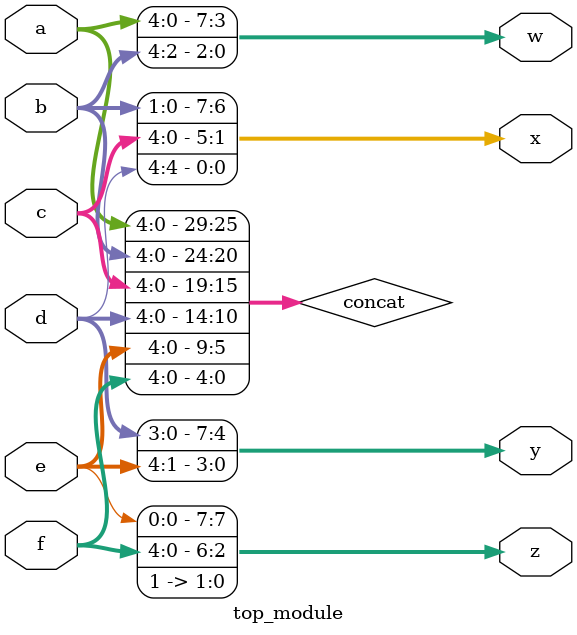
<source format=sv>
module top_module (
	input [4:0] a,
	input [4:0] b,
	input [4:0] c,
	input [4:0] d,
	input [4:0] e,
	input [4:0] f,
	output [7:0] w,
	output [7:0] x,
	output [7:0] y,
	output [7:0] z
);

	// Concatenate input vectors into a single signal
	wire [29:0] concat;
	assign concat = {a, b, c, d, e, f};

	// Create output vectors by splitting the concatenated signal
	assign {w, x, y, z} = {concat, 2'b11};

endmodule

</source>
